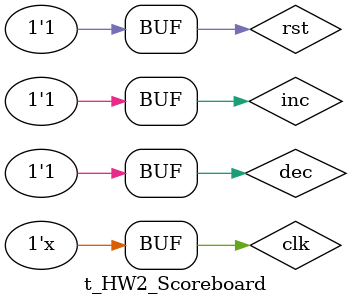
<source format=v>
module t_HW2_Scoreboard();
	reg clk;
	reg rst;
	reg inc, dec;
	wire [6:0] seg7disp1;
	wire [6:0] seg7disp0;
	
	HW2_Scoreboard_modified w1(clk, rst, inc, dec, seg7disp1, seg7disp0);
	//HW2_E_Scoreboard w2(clk, rst, inc, dec, seg7disp1, seg7disp0);
	initial begin
		rst = 0;
		inc =1;dec = 0;
		clk = 1;
		#300 inc = 0;dec = 1;
		#100 inc = 1;dec = 1;rst = 1;
	end



	always begin
		#10 clk = ~clk;
	end
endmodule
</source>
